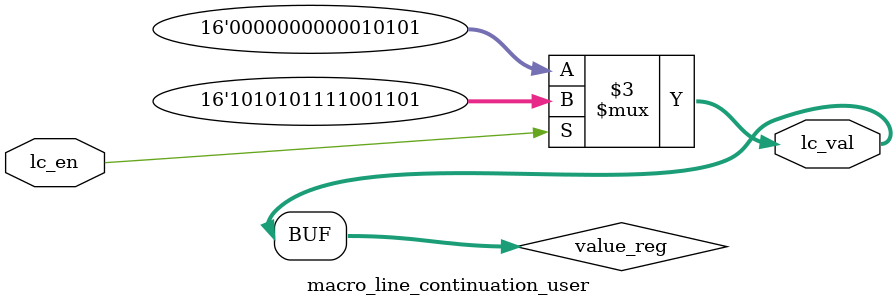
<source format=sv>
module macro_line_continuation_user (
    input logic lc_en,
    output logic [15:0] lc_val
);
    `define MULTI_VAL                \
        16'hABCD
    `define ADD_FIVE(v)              \
        ((v) +                         \
            5)
    logic [15:0] value_reg;
    always_comb begin
        if (lc_en)
            value_reg = `MULTI_VAL;
        else
            value_reg = `ADD_FIVE(16'h0010);
    end
    assign lc_val = value_reg;
endmodule


</source>
